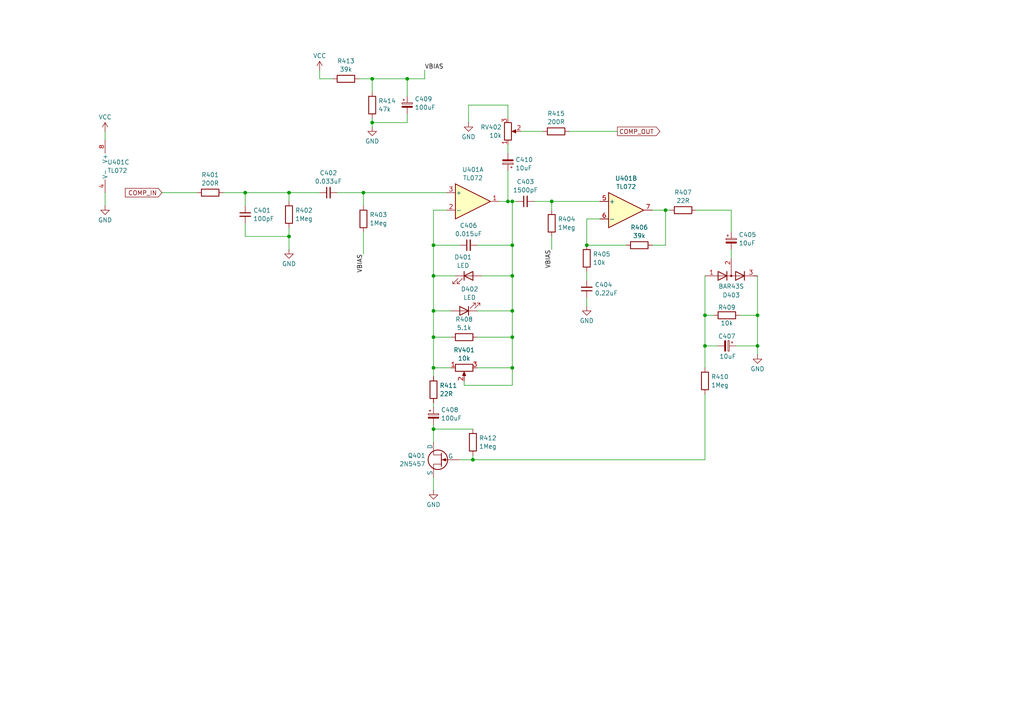
<source format=kicad_sch>
(kicad_sch (version 20231120) (generator "eeschema") (generator_version "8.0")
  (paper "A4")
  (lib_symbols
    (symbol "Amplifier_Operational:TL072" (pin_names (offset 0.127))
      (property "Reference" "U" (at 0 5.08 0))
      (property "Value" "TL072" (at 0 -5.08 0))
      (symbol "TL072_1_1"
        (polyline (pts (xy -5.08 5.08) (xy 5.08 0) (xy -5.08 -5.08) (xy -5.08 5.08)) (stroke (width 0.254)) (fill (type background)))
        (pin output line (at 7.62 0 180) (length 2.54) (name "~") (number "1"))
        (pin input line (at -7.62 -2.54 0) (length 2.54) (name "-") (number "2"))
        (pin input line (at -7.62 2.54 0) (length 2.54) (name "+") (number "3"))
      )
      (symbol "TL072_2_1"
        (polyline (pts (xy -5.08 5.08) (xy 5.08 0) (xy -5.08 -5.08) (xy -5.08 5.08)) (stroke (width 0.254)) (fill (type background)))
        (pin input line (at -7.62 2.54 0) (length 2.54) (name "+") (number "5"))
        (pin input line (at -7.62 -2.54 0) (length 2.54) (name "-") (number "6"))
        (pin output line (at 7.62 0 180) (length 2.54) (name "~") (number "7"))
      )
      (symbol "TL072_3_1"
        (pin power_in line (at -2.54 -7.62 90) (length 3.81) (name "V-") (number "4"))
        (pin power_in line (at -2.54 7.62 270) (length 3.81) (name "V+") (number "8"))
      )
    )
    (symbol "Device:C_Polarized_Small" (pin_numbers hide) (pin_names (offset 0.254) hide)
      (property "Reference" "C" (at 0.254 1.778 0))
      (property "Value" "C_Polarized_Small" (at 0.254 -2.032 0))
      (symbol "C_Polarized_Small_0_1"
        (rectangle (start -1.524 -0.3048) (end 1.524 -0.6858) (fill (type outline)))
        (rectangle (start -1.524 0.6858) (end 1.524 0.3048))
        (polyline (pts (xy -1.27 1.524) (xy -0.762 1.524)))
        (polyline (pts (xy -1.016 1.27) (xy -1.016 1.778)))
      )
      (symbol "C_Polarized_Small_1_1"
        (pin passive line (at 0 2.54 270) (length 1.8542) (name "~") (number "1"))
        (pin passive line (at 0 -2.54 90) (length 1.8542) (name "~") (number "2"))
      )
    )
    (symbol "Device:C_Small" (pin_numbers hide) (pin_names (offset 0.254) hide)
      (property "Reference" "C" (at 0.254 1.778 0))
      (property "Value" "C_Small" (at 0.254 -2.032 0))
      (symbol "C_Small_0_1"
        (polyline (pts (xy -1.524 -0.508) (xy 1.524 -0.508)) (stroke (width 0.3302)))
        (polyline (pts (xy -1.524 0.508) (xy 1.524 0.508)) (stroke (width 0.3048)))
      )
      (symbol "C_Small_1_1"
        (pin passive line (at 0 2.54 270) (length 2.032) (name "~") (number "1"))
        (pin passive line (at 0 -2.54 90) (length 2.032) (name "~") (number "2"))
      )
    )
    (symbol "Device:LED" (pin_numbers hide) (pin_names (offset 1.016) hide)
      (property "Reference" "D" (at 0 2.54 0))
      (property "Value" "LED" (at 0 -2.54 0))
      (symbol "LED_0_1"
        (polyline (pts (xy -1.27 -1.27) (xy -1.27 1.27)) (stroke (width 0.254)))
        (polyline (pts (xy -1.27 0) (xy 1.27 0)))
        (polyline (pts (xy 1.27 -1.27) (xy 1.27 1.27) (xy -1.27 0) (xy 1.27 -1.27)) (stroke (width 0.254)))
        (polyline (pts (xy -3.048 -0.762) (xy -4.572 -2.286) (xy -3.81 -2.286) (xy -4.572 -2.286) (xy -4.572 -1.524)))
        (polyline (pts (xy -1.778 -0.762) (xy -3.302 -2.286) (xy -2.54 -2.286) (xy -3.302 -2.286) (xy -3.302 -1.524)))
      )
      (symbol "LED_1_1"
        (pin passive line (at -3.81 0 0) (length 2.54) (name "K") (number "1"))
        (pin passive line (at 3.81 0 180) (length 2.54) (name "A") (number "2"))
      )
    )
    (symbol "Device:R" (pin_numbers hide) (pin_names (offset 0))
      (property "Reference" "R" (at 2.032 0 90))
      (property "Value" "R" (at 0 0 90))
      (symbol "R_0_1"
        (rectangle (start -1.016 -2.54) (end 1.016 2.54) (stroke (width 0.254)))
      )
      (symbol "R_1_1"
        (pin passive line (at 0 3.81 270) (length 1.27) (name "~") (number "1"))
        (pin passive line (at 0 -3.81 90) (length 1.27) (name "~") (number "2"))
      )
    )
    (symbol "Device:R_Potentiometer" (pin_names (offset 1.016) hide)
      (property "Reference" "RV" (at -4.445 0 90))
      (property "Value" "R_Potentiometer" (at -2.54 0 90))
      (symbol "R_Potentiometer_0_1"
        (polyline (pts (xy 2.54 0) (xy 1.524 0)))
        (polyline (pts (xy 1.143 0) (xy 2.286 0.508) (xy 2.286 -0.508) (xy 1.143 0)) (fill (type outline)))
        (rectangle (start 1.016 2.54) (end -1.016 -2.54) (stroke (width 0.254)))
      )
      (symbol "R_Potentiometer_1_1"
        (pin passive line (at 0 3.81 270) (length 1.27) (name "1") (number "1"))
        (pin passive line (at 3.81 0 180) (length 1.27) (name "2") (number "2"))
        (pin passive line (at 0 -3.81 90) (length 1.27) (name "3") (number "3"))
      )
    )
    (symbol "Simulation_SPICE:NJFET" (pin_numbers hide) (pin_names (offset 0))
      (property "Reference" "Q" (at 5.08 1.27 0))
      (property "Value" "NJFET" (at 5.08 -1.27 0))
      (symbol "NJFET_0_1"
        (polyline (pts (xy 0.254 1.905) (xy 0.254 -1.905) (xy 0.254 -1.905)) (stroke (width 0.254)))
        (polyline (pts (xy 2.54 -2.54) (xy 2.54 -1.27) (xy 0.254 -1.27)))
        (polyline (pts (xy 2.54 2.54) (xy 2.54 1.397) (xy 0.254 1.397)))
        (polyline (pts (xy 0 0) (xy -1.016 0.381) (xy -1.016 -0.381) (xy 0 0)) (fill (type outline)))
        (circle (center 1.27 0) (radius 2.8194) (stroke (width 0.254)))
      )
      (symbol "NJFET_1_1"
        (pin passive line (at 2.54 5.08 270) (length 2.54) (name "D") (number "1"))
        (pin input line (at -5.08 0 0) (length 5.334) (name "G") (number "2"))
        (pin passive line (at 2.54 -5.08 90) (length 2.54) (name "S") (number "3"))
      )
    )
    (symbol "SoundstageFXPedal:BAR43SFILM" (pin_names hide)
      (property "Reference" "D" (at 0 5.588 0))
      (property "Value" "BAR43S" (at 0 3.048 0))
      (symbol "BAR43SFILM_0_1"
        (polyline (pts (xy 0 0) (xy 0 -2.54)))
        (polyline (pts (xy 3.81 0) (xy -3.81 0)))
        (polyline (pts (xy 6.35 0) (xy 7.62 0)))
        (polyline (pts (xy -1.27 -1.27) (xy -1.27 1.27) (xy -1.27 1.27)) (stroke (width 0.254)))
        (polyline (pts (xy 3.81 1.27) (xy 3.81 -1.27) (xy 3.81 -1.27)) (stroke (width 0.254)))
        (polyline (pts (xy -3.81 1.27) (xy -1.27 0) (xy -3.81 -1.27) (xy -3.81 1.27) (xy -3.81 1.27) (xy -3.81 1.27)) (stroke (width 0.254)))
        (polyline (pts (xy 1.27 1.27) (xy 3.81 0) (xy 1.27 -1.27) (xy 1.27 1.27) (xy 1.27 1.27) (xy 1.27 1.27)) (stroke (width 0.254)))
        (circle (center 0 0) (radius 0.254) (fill (type outline)))
        (pin passive line (at -7.62 0 0) (length 3.81) (name "A") (number "1"))
        (pin passive line (at 7.62 0 180) (length 3.81) (name "K") (number "3"))
      )
      (symbol "BAR43SFILM_1_1"
        (pin passive line (at 0 -5.08 90) (length 2.54) (name "~") (number "2"))
      )
    )
    (symbol "power:GND" (power) (pin_numbers hide) (pin_names (offset 0) hide)
      (property "Value" "GND" (at 0 -3.81 0))
      (symbol "GND_0_1"
        (polyline (pts (xy 0 0) (xy 0 -1.27) (xy 1.27 -1.27) (xy 0 -2.54) (xy -1.27 -1.27) (xy 0 -1.27)))
      )
      (symbol "GND_1_1"
        (pin power_in line (at 0 0 270) (length 0) (name "~") (number "1"))
      )
    )
    (symbol "power:VCC" (power) (pin_numbers hide) (pin_names (offset 0) hide)
      (property "Value" "VCC" (at 0 3.556 0))
      (symbol "VCC_0_1"
        (polyline (pts (xy -0.762 1.27) (xy 0 2.54)))
        (polyline (pts (xy 0 0) (xy 0 2.54)))
        (polyline (pts (xy 0 2.54) (xy 0.762 1.27)))
      )
      (symbol "VCC_1_1"
        (pin power_in line (at 0 0 90) (length 0) (name "~") (number "1"))
      )
    )
  )
  (junction (at 83.82 68.58))
  (junction (at 125.73 124.46))
  (junction (at 193.04 60.96))
  (junction (at 219.71 100.33))
  (junction (at 148.59 97.79))
  (junction (at 219.71 91.44))
  (junction (at 125.73 80.01))
  (junction (at 170.18 71.12))
  (junction (at 204.47 100.33))
  (junction (at 125.73 106.68))
  (junction (at 137.16 133.35))
  (junction (at 148.59 80.01))
  (junction (at 147.32 58.42))
  (junction (at 148.59 58.42))
  (junction (at 148.59 106.68))
  (junction (at 107.95 35.56))
  (junction (at 107.95 22.86))
  (junction (at 148.59 71.12))
  (junction (at 160.02 58.42))
  (junction (at 118.11 22.86))
  (junction (at 71.12 55.88))
  (junction (at 125.73 97.79))
  (junction (at 125.73 71.12))
  (junction (at 125.73 90.17))
  (junction (at 204.47 91.44))
  (junction (at 148.59 90.17))
  (junction (at 83.82 55.88))
  (junction (at 105.41 55.88))
  (wire (pts (xy 125.73 97.79) (xy 125.73 106.68)))
  (wire (pts (xy 139.7 80.01) (xy 148.59 80.01)))
  (wire (pts (xy 137.16 132.08) (xy 137.16 133.35)))
  (wire (pts (xy 154.94 58.42) (xy 160.02 58.42)))
  (wire (pts (xy 214.63 91.44) (xy 219.71 91.44)))
  (wire (pts (xy 138.43 106.68) (xy 148.59 106.68)))
  (wire (pts (xy 92.71 22.86) (xy 96.52 22.86)))
  (wire (pts (xy 189.23 60.96) (xy 193.04 60.96)))
  (wire (pts (xy 170.18 71.12) (xy 181.61 71.12)))
  (wire (pts (xy 148.59 106.68) (xy 148.59 97.79)))
  (wire (pts (xy 125.73 90.17) (xy 130.81 90.17)))
  (wire (pts (xy 71.12 55.88) (xy 71.12 59.69)))
  (wire (pts (xy 46.99 55.88) (xy 57.15 55.88)))
  (wire (pts (xy 125.73 116.84) (xy 125.73 118.11)))
  (wire (pts (xy 71.12 55.88) (xy 83.82 55.88)))
  (wire (pts (xy 125.73 80.01) (xy 132.08 80.01)))
  (wire (pts (xy 208.28 100.33) (xy 204.47 100.33)))
  (wire (pts (xy 135.89 30.48) (xy 147.32 30.48)))
  (wire (pts (xy 170.18 78.74) (xy 170.18 81.28)))
  (wire (pts (xy 125.73 123.19) (xy 125.73 124.46)))
  (wire (pts (xy 148.59 90.17) (xy 148.59 80.01)))
  (wire (pts (xy 83.82 66.04) (xy 83.82 68.58)))
  (wire (pts (xy 125.73 80.01) (xy 125.73 90.17)))
  (wire (pts (xy 193.04 60.96) (xy 194.31 60.96)))
  (wire (pts (xy 105.41 55.88) (xy 129.54 55.88)))
  (wire (pts (xy 118.11 22.86) (xy 118.11 27.94)))
  (wire (pts (xy 123.19 20.32) (xy 123.19 22.86)))
  (wire (pts (xy 212.09 74.93) (xy 212.09 72.39)))
  (wire (pts (xy 125.73 97.79) (xy 130.81 97.79)))
  (wire (pts (xy 204.47 100.33) (xy 204.47 91.44)))
  (wire (pts (xy 219.71 100.33) (xy 219.71 91.44)))
  (wire (pts (xy 147.32 49.53) (xy 147.32 58.42)))
  (wire (pts (xy 125.73 71.12) (xy 133.35 71.12)))
  (wire (pts (xy 83.82 55.88) (xy 83.82 58.42)))
  (wire (pts (xy 125.73 60.96) (xy 125.73 71.12)))
  (wire (pts (xy 107.95 26.67) (xy 107.95 22.86)))
  (wire (pts (xy 193.04 71.12) (xy 193.04 60.96)))
  (wire (pts (xy 134.62 111.76) (xy 148.59 111.76)))
  (wire (pts (xy 147.32 58.42) (xy 148.59 58.42)))
  (wire (pts (xy 71.12 64.77) (xy 71.12 68.58)))
  (wire (pts (xy 92.71 20.32) (xy 92.71 22.86)))
  (wire (pts (xy 125.73 106.68) (xy 130.81 106.68)))
  (wire (pts (xy 107.95 22.86) (xy 118.11 22.86)))
  (wire (pts (xy 147.32 41.91) (xy 147.32 44.45)))
  (wire (pts (xy 160.02 58.42) (xy 160.02 60.96)))
  (wire (pts (xy 104.14 22.86) (xy 107.95 22.86)))
  (wire (pts (xy 125.73 142.24) (xy 125.73 138.43)))
  (wire (pts (xy 107.95 34.29) (xy 107.95 35.56)))
  (wire (pts (xy 125.73 124.46) (xy 125.73 128.27)))
  (wire (pts (xy 148.59 111.76) (xy 148.59 106.68)))
  (wire (pts (xy 219.71 80.01) (xy 219.71 91.44)))
  (wire (pts (xy 204.47 133.35) (xy 204.47 114.3)))
  (wire (pts (xy 138.43 90.17) (xy 148.59 90.17)))
  (wire (pts (xy 148.59 97.79) (xy 148.59 90.17)))
  (wire (pts (xy 83.82 68.58) (xy 83.82 72.39)))
  (wire (pts (xy 144.78 58.42) (xy 147.32 58.42)))
  (wire (pts (xy 204.47 91.44) (xy 204.47 80.01)))
  (wire (pts (xy 179.07 38.1) (xy 165.1 38.1)))
  (wire (pts (xy 133.35 133.35) (xy 137.16 133.35)))
  (wire (pts (xy 125.73 90.17) (xy 125.73 97.79)))
  (wire (pts (xy 97.79 55.88) (xy 105.41 55.88)))
  (wire (pts (xy 138.43 71.12) (xy 148.59 71.12)))
  (wire (pts (xy 125.73 124.46) (xy 137.16 124.46)))
  (wire (pts (xy 125.73 109.22) (xy 125.73 106.68)))
  (wire (pts (xy 105.41 73.66) (xy 105.41 67.31)))
  (wire (pts (xy 204.47 91.44) (xy 207.01 91.44)))
  (wire (pts (xy 30.48 38.1) (xy 30.48 40.64)))
  (wire (pts (xy 213.36 100.33) (xy 219.71 100.33)))
  (wire (pts (xy 170.18 63.5) (xy 170.18 71.12)))
  (wire (pts (xy 148.59 80.01) (xy 148.59 71.12)))
  (wire (pts (xy 170.18 88.9) (xy 170.18 86.36)))
  (wire (pts (xy 148.59 58.42) (xy 149.86 58.42)))
  (wire (pts (xy 189.23 71.12) (xy 193.04 71.12)))
  (wire (pts (xy 129.54 60.96) (xy 125.73 60.96)))
  (wire (pts (xy 71.12 68.58) (xy 83.82 68.58)))
  (wire (pts (xy 212.09 60.96) (xy 201.93 60.96)))
  (wire (pts (xy 118.11 35.56) (xy 107.95 35.56)))
  (wire (pts (xy 83.82 55.88) (xy 92.71 55.88)))
  (wire (pts (xy 219.71 102.87) (xy 219.71 100.33)))
  (wire (pts (xy 160.02 72.39) (xy 160.02 68.58)))
  (wire (pts (xy 64.77 55.88) (xy 71.12 55.88)))
  (wire (pts (xy 123.19 22.86) (xy 118.11 22.86)))
  (wire (pts (xy 125.73 71.12) (xy 125.73 80.01)))
  (wire (pts (xy 138.43 97.79) (xy 148.59 97.79)))
  (wire (pts (xy 135.89 35.56) (xy 135.89 30.48)))
  (wire (pts (xy 157.48 38.1) (xy 151.13 38.1)))
  (wire (pts (xy 147.32 30.48) (xy 147.32 34.29)))
  (wire (pts (xy 30.48 59.69) (xy 30.48 55.88)))
  (wire (pts (xy 204.47 100.33) (xy 204.47 106.68)))
  (wire (pts (xy 137.16 133.35) (xy 204.47 133.35)))
  (wire (pts (xy 173.99 63.5) (xy 170.18 63.5)))
  (wire (pts (xy 107.95 35.56) (xy 107.95 36.83)))
  (wire (pts (xy 134.62 110.49) (xy 134.62 111.76)))
  (wire (pts (xy 148.59 71.12) (xy 148.59 58.42)))
  (wire (pts (xy 212.09 67.31) (xy 212.09 60.96)))
  (wire (pts (xy 160.02 58.42) (xy 173.99 58.42)))
  (wire (pts (xy 118.11 33.02) (xy 118.11 35.56)))
  (wire (pts (xy 105.41 55.88) (xy 105.41 59.69)))
  (label "VBIAS" (at 105.41 73.66 270))
  (label "VBIAS" (at 123.19 20.32 0))
  (label "VBIAS" (at 160.02 72.39 270))
  (global_label "COMP_IN" (shape input) (at 46.99 55.88 180) (property "Intersheetrefs" "${INTERSHEET_REFS}" (effects (hide yes))))
  (global_label "COMP_OUT" (shape output) (at 179.07 38.1 0) (property "Intersheetrefs" "${INTERSHEET_REFS}" (effects (hide yes))))
  (symbol (lib_id "Device:R") (at 134.62 97.79 270) (unit 1)
    (property "Reference" "R408" (at 134.62 92.6295 90))
    (property "Value" "5.1k" (at 134.62 95.0538 90))
    (property "Footprint" "Resistor_THT:R_Axial_DIN0207_L6.3mm_D2.5mm_P7.62mm_Horizontal" (effects (hide yes)))
    (property "Description" "Resistor" (effects (hide yes)))
  )
  (symbol (lib_id "Device:R") (at 83.82 62.23 180) (unit 1)
    (property "Reference" "R402" (at 85.598 61.0178 0) (effects (justify right)))
    (property "Value" "1Meg" (at 85.598 63.4421 0) (effects (justify right)))
    (property "Footprint" "Resistor_THT:R_Axial_DIN0207_L6.3mm_D2.5mm_P7.62mm_Horizontal" (effects (hide yes)))
    (property "Description" "Resistor" (effects (hide yes)))
  )
  (symbol (lib_id "power:VCC") (at 92.71 20.32 0) (unit 1)
    (property "Reference" "#PWR0406" (effects (hide yes)))
    (property "Value" "VCC" (at 92.71 16.1869 0))
    (property "Description" "Power symbol creates a global label with name \"VCC\"" (effects (hide yes)))
  )
  (symbol (lib_id "power:GND") (at 135.89 35.56 0) (unit 1)
    (property "Reference" "#PWR0409" (effects (hide yes)))
    (property "Value" "GND" (at 135.89 39.6931 0))
    (property "Description" "Power symbol creates a global label with name \"GND\" , ground" (effects (hide yes)))
  )
  (symbol (lib_id "Device:C_Small") (at 95.25 55.88 90) (unit 1)
    (property "Reference" "C402" (at 95.2563 50.1734 90))
    (property "Value" "0.033uF" (at 95.2563 52.5977 90))
    (property "Footprint" "Capacitor_THT:C_Disc_D3.8mm_W2.6mm_P2.50mm" (effects (hide yes)))
    (property "Datasheet" "https://product.tdk.com/system/files/dam/doc/product/capacitor/ceramic/lead-mlcc/catalog/leadmlcc_halogenfree_fg_en.pdf" (effects (hide yes)))
    (property "Description" "Unpolarized capacitor, small symbol" (effects (hide yes)))
    (property "PartNo." "FG14C0G1H333JNT06" (effects (hide yes)))
  )
  (symbol (lib_id "power:GND") (at 219.71 102.87 0) (unit 1)
    (property "Reference" "#PWR0403" (effects (hide yes)))
    (property "Value" "GND" (at 219.71 107.0031 0))
    (property "Description" "Power symbol creates a global label with name \"GND\" , ground" (effects (hide yes)))
  )
  (symbol (lib_id "Device:R") (at 105.41 63.5 180) (unit 1)
    (property "Reference" "R403" (at 107.188 62.2878 0) (effects (justify right)))
    (property "Value" "1Meg" (at 107.188 64.7121 0) (effects (justify right)))
    (property "Footprint" "Resistor_THT:R_Axial_DIN0207_L6.3mm_D2.5mm_P7.62mm_Horizontal" (effects (hide yes)))
    (property "Description" "Resistor" (effects (hide yes)))
  )
  (symbol (lib_id "power:VCC") (at 30.48 38.1 0) (unit 1)
    (property "Reference" "#PWR0407" (effects (hide yes)))
    (property "Value" "VCC" (at 30.48 33.9669 0))
    (property "Description" "Power symbol creates a global label with name \"VCC\"" (effects (hide yes)))
  )
  (symbol (lib_id "Device:R") (at 198.12 60.96 270) (unit 1)
    (property "Reference" "R407" (at 198.12 55.7995 90))
    (property "Value" "22R" (at 198.12 58.2238 90))
    (property "Footprint" "Resistor_THT:R_Axial_DIN0207_L6.3mm_D2.5mm_P7.62mm_Horizontal" (effects (hide yes)))
    (property "Description" "Resistor" (effects (hide yes)))
  )
  (symbol (lib_id "Device:C_Small") (at 71.12 62.23 0) (unit 1)
    (property "Reference" "C401" (at 73.4441 61.0241 0) (effects (justify left)))
    (property "Value" "100pF" (at 73.4441 63.4484 0) (effects (justify left)))
    (property "Footprint" "Capacitor_THT:C_Disc_D3.8mm_W2.6mm_P2.50mm" (effects (hide yes)))
    (property "Datasheet" "https://product.tdk.com/system/files/dam/doc/product/capacitor/ceramic/lead-mlcc/catalog/leadmlcc_halogenfree_fg_en.pdf" (effects (hide yes)))
    (property "Description" "Unpolarized capacitor, small symbol" (effects (hide yes)))
    (property "PartNo." "FG18C0G1H101JNT06" (effects (hide yes)))
  )
  (symbol (lib_id "Device:C_Small") (at 170.18 83.82 180) (unit 1)
    (property "Reference" "C404" (at 172.5041 82.6014 0) (effects (justify right)))
    (property "Value" "0.22uF" (at 172.5041 85.0257 0) (effects (justify right)))
    (property "Footprint" "Capacitor_THT:C_Disc_D5.0mm_W2.5mm_P2.50mm" (effects (hide yes)))
    (property "Datasheet" "FG14X7R1H224KNT00" (effects (hide yes)))
    (property "Description" "Unpolarized capacitor, small symbol" (effects (hide yes)))
  )
  (symbol (lib_id "Device:C_Small") (at 152.4 58.42 90) (unit 1)
    (property "Reference" "C403" (at 152.4063 52.7134 90))
    (property "Value" "1500pF" (at 152.4063 55.1377 90))
    (property "Footprint" "Capacitor_THT:C_Disc_D6.0mm_W4.4mm_P5.00mm" (effects (hide yes)))
    (property "Datasheet" "FG28C0G1H152JNT06" (effects (hide yes)))
    (property "Description" "Unpolarized capacitor, small symbol" (effects (hide yes)))
  )
  (symbol (lib_id "Device:R") (at 210.82 91.44 270) (unit 1)
    (property "Reference" "R409" (at 210.82 89.154 90))
    (property "Value" "10k" (at 210.82 93.726 90))
    (property "Footprint" "Resistor_THT:R_Axial_DIN0207_L6.3mm_D2.5mm_P7.62mm_Horizontal" (effects (hide yes)))
    (property "Description" "Resistor" (effects (hide yes)))
  )
  (symbol (lib_id "Device:R_Potentiometer") (at 147.32 38.1 0) (mirror x) (unit 1)
    (property "Reference" "RV402" (at 145.5421 36.8878 0) (effects (justify right)))
    (property "Value" "10k" (at 145.5421 39.3121 0) (effects (justify right)))
    (property "Footprint" "Connector_JST:JST_XH_B3B-XH-A_1x03_P2.50mm_Vertical" (effects (hide yes)))
    (property "Description" "Potentiometer" (effects (hide yes)))
  )
  (symbol (lib_id "power:GND") (at 107.95 36.83 0) (unit 1)
    (property "Reference" "#PWR0405" (effects (hide yes)))
    (property "Value" "GND" (at 107.95 40.9631 0))
    (property "Description" "Power symbol creates a global label with name \"GND\" , ground" (effects (hide yes)))
  )
  (symbol (lib_id "Device:R_Potentiometer") (at 134.62 106.68 90) (mirror x) (unit 1)
    (property "Reference" "RV401" (at 134.62 101.5195 90))
    (property "Value" "10k" (at 134.62 103.9438 90))
    (property "Footprint" "Connector_JST:JST_XH_B3B-XH-A_1x03_P2.50mm_Vertical" (effects (hide yes)))
    (property "Description" "Potentiometer" (effects (hide yes)))
  )
  (symbol (lib_id "Device:LED") (at 134.62 90.17 180) (unit 1)
    (property "Reference" "D402" (at 136.2075 83.8665 0))
    (property "Value" "LED" (at 136.2075 86.2908 0))
    (property "Footprint" "LED_THT:LED_D5.0mm_FlatTop" (effects (hide yes)))
    (property "Datasheet" "4304H1" (effects (hide yes)))
    (property "Description" "Light emitting diode" (effects (hide yes)))
  )
  (symbol (lib_id "Device:C_Small") (at 135.89 71.12 90) (unit 1)
    (property "Reference" "C406" (at 135.8963 65.4134 90))
    (property "Value" "0.015uF" (at 135.8963 67.8377 90))
    (property "Footprint" "Capacitor_THT:C_Disc_D5.0mm_W2.5mm_P2.50mm" (effects (hide yes)))
    (property "Datasheet" "K153K15X7RF53L2" (effects (hide yes)))
    (property "Description" "Unpolarized capacitor, small symbol" (effects (hide yes)))
  )
  (symbol (lib_id "Device:C_Polarized_Small") (at 147.32 46.99 180) (unit 1)
    (property "Reference" "C410" (at 149.479 46.3239 0) (effects (justify right)))
    (property "Value" "10uF" (at 149.479 48.7482 0) (effects (justify right)))
    (property "Footprint" "Capacitor_THT:CP_Radial_D4.0mm_P1.50mm" (effects (hide yes)))
    (property "Datasheet" "EEA-FC1E100" (effects (hide yes)))
    (property "Description" "Polarized capacitor, small symbol" (effects (hide yes)))
  )
  (symbol (lib_id "Device:R") (at 107.95 30.48 180) (unit 1)
    (property "Reference" "R414" (at 109.728 29.2678 0) (effects (justify right)))
    (property "Value" "47k" (at 109.728 31.6921 0) (effects (justify right)))
    (property "Footprint" "Resistor_THT:R_Axial_DIN0207_L6.3mm_D2.5mm_P7.62mm_Horizontal" (effects (hide yes)))
    (property "Description" "Resistor" (effects (hide yes)))
  )
  (symbol (lib_id "power:GND") (at 125.73 142.24 0) (unit 1)
    (property "Reference" "#PWR0404" (effects (hide yes)))
    (property "Value" "GND" (at 125.73 146.3731 0))
    (property "Description" "Power symbol creates a global label with name \"GND\" , ground" (effects (hide yes)))
  )
  (symbol (lib_id "Amplifier_Operational:TL072") (at 33.02 48.26 0) (unit 3)
    (property "Reference" "U401" (at 31.115 47.0478 0) (effects (justify left)))
    (property "Value" "TL072" (at 31.115 49.4721 0) (effects (justify left)))
    (property "Footprint" "Package_DIP:DIP-8_W7.62mm_LongPads" (effects (hide yes)))
    (property "Datasheet" "http://www.ti.com/lit/ds/symlink/tl071.pdf" (effects (hide yes)))
    (property "Description" "Dual Low-Noise JFET-Input Operational Amplifiers, DIP-8/SOIC-8" (effects (hide yes)))
  )
  (symbol (lib_id "power:GND") (at 30.48 59.69 0) (unit 1)
    (property "Reference" "#PWR0408" (effects (hide yes)))
    (property "Value" "GND" (at 30.48 63.8231 0))
    (property "Description" "Power symbol creates a global label with name \"GND\" , ground" (effects (hide yes)))
  )
  (symbol (lib_id "Amplifier_Operational:TL072") (at 181.61 60.96 0) (unit 2)
    (property "Reference" "U401" (at 181.61 51.7355 0))
    (property "Value" "TL072" (at 181.61 54.1598 0))
    (property "Footprint" "Package_DIP:DIP-8_W7.62mm_LongPads" (effects (hide yes)))
    (property "Datasheet" "http://www.ti.com/lit/ds/symlink/tl071.pdf" (effects (hide yes)))
    (property "Description" "Dual Low-Noise JFET-Input Operational Amplifiers, DIP-8/SOIC-8" (effects (hide yes)))
  )
  (symbol (lib_id "Device:R") (at 204.47 110.49 180) (unit 1)
    (property "Reference" "R410" (at 206.248 109.2778 0) (effects (justify right)))
    (property "Value" "1Meg" (at 206.248 111.7021 0) (effects (justify right)))
    (property "Footprint" "Resistor_THT:R_Axial_DIN0207_L6.3mm_D2.5mm_P7.62mm_Horizontal" (effects (hide yes)))
    (property "Description" "Resistor" (effects (hide yes)))
  )
  (symbol (lib_id "Device:R") (at 137.16 128.27 180) (unit 1)
    (property "Reference" "R412" (at 138.938 127.0578 0) (effects (justify right)))
    (property "Value" "1Meg" (at 138.938 129.4821 0) (effects (justify right)))
    (property "Footprint" "Resistor_THT:R_Axial_DIN0207_L6.3mm_D2.5mm_P7.62mm_Horizontal" (effects (hide yes)))
    (property "Description" "Resistor" (effects (hide yes)))
  )
  (symbol (lib_id "Device:C_Polarized_Small") (at 125.73 120.65 0) (unit 1)
    (property "Reference" "C408" (at 127.889 118.8917 0) (effects (justify left)))
    (property "Value" "100uF" (at 127.889 121.316 0) (effects (justify left)))
    (property "Footprint" "Capacitor_THT:CP_Radial_D5.0mm_P2.00mm" (effects (hide yes)))
    (property "Datasheet" "25PX100MEFC5X11" (effects (hide yes)))
    (property "Description" "Polarized capacitor, small symbol" (effects (hide yes)))
  )
  (symbol (lib_id "Device:R") (at 100.33 22.86 270) (unit 1)
    (property "Reference" "R413" (at 100.33 17.6995 90))
    (property "Value" "39k" (at 100.33 20.1238 90))
    (property "Footprint" "Resistor_THT:R_Axial_DIN0207_L6.3mm_D2.5mm_P7.62mm_Horizontal" (effects (hide yes)))
    (property "Description" "Resistor" (effects (hide yes)))
  )
  (symbol (lib_id "Device:C_Polarized_Small") (at 212.09 69.85 0) (unit 1)
    (property "Reference" "C405" (at 214.249 68.0917 0) (effects (justify left)))
    (property "Value" "10uF" (at 214.249 70.516 0) (effects (justify left)))
    (property "Footprint" "Capacitor_THT:CP_Radial_D4.0mm_P1.50mm" (effects (hide yes)))
    (property "Datasheet" "EEA-FC1E100" (effects (hide yes)))
    (property "Description" "Polarized capacitor, small symbol" (effects (hide yes)))
  )
  (symbol (lib_id "Device:R") (at 161.29 38.1 90) (unit 1)
    (property "Reference" "R415" (at 161.29 32.9395 90))
    (property "Value" "200R" (at 161.29 35.3638 90))
    (property "Footprint" "Resistor_THT:R_Axial_DIN0207_L6.3mm_D2.5mm_P7.62mm_Horizontal" (effects (hide yes)))
    (property "Description" "Resistor" (effects (hide yes)))
  )
  (symbol (lib_id "Device:C_Polarized_Small") (at 210.82 100.33 270) (unit 1)
    (property "Reference" "C407" (at 210.82 97.536 90))
    (property "Value" "10uF" (at 211.074 103.378 90))
    (property "Footprint" "Capacitor_THT:CP_Radial_D4.0mm_P1.50mm" (effects (hide yes)))
    (property "Datasheet" "EEA-FC1E100" (effects (hide yes)))
    (property "Description" "Polarized capacitor, small symbol" (effects (hide yes)))
  )
  (symbol (lib_id "Amplifier_Operational:TL072") (at 137.16 58.42 0) (unit 1)
    (property "Reference" "U401" (at 137.16 49.1955 0))
    (property "Value" "TL072" (at 137.16 51.6198 0))
    (property "Footprint" "Package_DIP:DIP-8_W7.62mm_LongPads" (effects (hide yes)))
    (property "Datasheet" "http://www.ti.com/lit/ds/symlink/tl071.pdf" (effects (hide yes)))
    (property "Description" "Dual Low-Noise JFET-Input Operational Amplifiers, DIP-8/SOIC-8" (effects (hide yes)))
  )
  (symbol (lib_id "Device:R") (at 160.02 64.77 180) (unit 1)
    (property "Reference" "R404" (at 161.798 63.5578 0) (effects (justify right)))
    (property "Value" "1Meg" (at 161.798 65.9821 0) (effects (justify right)))
    (property "Footprint" "Resistor_THT:R_Axial_DIN0207_L6.3mm_D2.5mm_P7.62mm_Horizontal" (effects (hide yes)))
    (property "Description" "Resistor" (effects (hide yes)))
  )
  (symbol (lib_id "Device:C_Polarized_Small") (at 118.11 30.48 0) (unit 1)
    (property "Reference" "C409" (at 120.269 28.7217 0) (effects (justify left)))
    (property "Value" "100uF" (at 120.269 31.146 0) (effects (justify left)))
    (property "Footprint" "Capacitor_THT:CP_Radial_D5.0mm_P2.00mm" (effects (hide yes)))
    (property "Datasheet" "25PX100MEFC5X11" (effects (hide yes)))
    (property "Description" "Polarized capacitor, small symbol" (effects (hide yes)))
  )
  (symbol (lib_id "power:GND") (at 83.82 72.39 0) (unit 1)
    (property "Reference" "#PWR0401" (effects (hide yes)))
    (property "Value" "GND" (at 83.82 76.5231 0))
    (property "Description" "Power symbol creates a global label with name \"GND\" , ground" (effects (hide yes)))
  )
  (symbol (lib_id "Simulation_SPICE:NJFET") (at 128.27 133.35 0) (mirror y) (unit 1)
    (property "Reference" "Q401" (at 123.4187 132.1378 0) (effects (justify left)))
    (property "Value" "2N5457" (at 123.4187 134.5621 0) (effects (justify left)))
    (property "Footprint" "Package_TO_SOT_THT:TO-92_Inline" (effects (hide yes)))
    (property "Datasheet" "2N5457" (effects (hide yes)))
    (property "Description" "Silicon N-Channel JFET" (effects (hide yes)))
  )
  (symbol (lib_id "Device:R") (at 60.96 55.88 90) (unit 1)
    (property "Reference" "R401" (at 60.96 50.7195 90))
    (property "Value" "200R" (at 60.96 53.1438 90))
    (property "Footprint" "Resistor_THT:R_Axial_DIN0207_L6.3mm_D2.5mm_P7.62mm_Horizontal" (effects (hide yes)))
    (property "Description" "Resistor" (effects (hide yes)))
  )
  (symbol (lib_id "power:GND") (at 170.18 88.9 0) (unit 1)
    (property "Reference" "#PWR0402" (effects (hide yes)))
    (property "Value" "GND" (at 170.18 93.0331 0))
    (property "Description" "Power symbol creates a global label with name \"GND\" , ground" (effects (hide yes)))
  )
  (symbol (lib_id "Device:R") (at 170.18 74.93 180) (unit 1)
    (property "Reference" "R405" (at 171.958 73.7178 0) (effects (justify right)))
    (property "Value" "10k" (at 171.958 76.1421 0) (effects (justify right)))
    (property "Footprint" "Resistor_THT:R_Axial_DIN0207_L6.3mm_D2.5mm_P7.62mm_Horizontal" (effects (hide yes)))
    (property "Description" "Resistor" (effects (hide yes)))
  )
  (symbol (lib_id "Device:R") (at 185.42 71.12 270) (unit 1)
    (property "Reference" "R406" (at 185.42 65.9595 90))
    (property "Value" "39k" (at 185.42 68.3838 90))
    (property "Footprint" "Resistor_THT:R_Axial_DIN0207_L6.3mm_D2.5mm_P7.62mm_Horizontal" (effects (hide yes)))
    (property "Description" "Resistor" (effects (hide yes)))
  )
  (symbol (lib_id "SoundstageFXPedal:BAR43SFILM") (at 212.09 80.01 0) (mirror x) (unit 1)
    (property "Reference" "D403" (at 212.09 85.598 0))
    (property "Value" "BAR43S" (at 212.09 83.058 0))
    (property "Footprint" "Package_TO_SOT_SMD:SOT-23" (effects (hide yes)))
    (property "Datasheet" "https://www.st.com/content/ccc/resource/technical/document/datasheet/b3/b4/6e/ab/17/40/40/62/CD00000764.pdf/files/CD00000764.pdf" (effects (hide yes)))
    (property "Description" "Dual Small signal Schottky diode Package" (effects (hide yes)))
    (property "Part No." "BAR43SFILM" (effects (hide yes)))
  )
  (symbol (lib_id "Device:R") (at 125.73 113.03 0) (unit 1)
    (property "Reference" "R411" (at 127.508 111.8178 0) (effects (justify left)))
    (property "Value" "22R" (at 127.508 114.2421 0) (effects (justify left)))
    (property "Footprint" "Resistor_THT:R_Axial_DIN0207_L6.3mm_D2.5mm_P7.62mm_Horizontal" (effects (hide yes)))
    (property "Description" "Resistor" (effects (hide yes)))
  )
  (symbol (lib_id "Device:LED") (at 135.89 80.01 0) (unit 1)
    (property "Reference" "D401" (at 134.3025 74.5955 0))
    (property "Value" "LED" (at 134.3025 77.0198 0))
    (property "Footprint" "LED_THT:LED_D5.0mm_FlatTop" (effects (hide yes)))
    (property "Datasheet" "4304H1" (effects (hide yes)))
    (property "Description" "Light emitting diode" (effects (hide yes)))
  )
)
</source>
